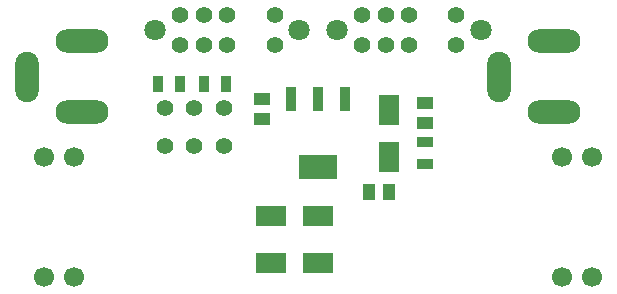
<source format=gbr>
%TF.GenerationSoftware,KiCad,Pcbnew,8.0.5-8.0.5-0~ubuntu24.04.1*%
%TF.CreationDate,2024-10-14T08:19:55-04:00*%
%TF.ProjectId,breadboard-power-supply,62726561-6462-46f6-9172-642d706f7765,rev?*%
%TF.SameCoordinates,Original*%
%TF.FileFunction,Soldermask,Top*%
%TF.FilePolarity,Negative*%
%FSLAX46Y46*%
G04 Gerber Fmt 4.6, Leading zero omitted, Abs format (unit mm)*
G04 Created by KiCad (PCBNEW 8.0.5-8.0.5-0~ubuntu24.04.1) date 2024-10-14 08:19:55*
%MOMM*%
%LPD*%
G01*
G04 APERTURE LIST*
%ADD10R,1.700000X2.500000*%
%ADD11C,1.400000*%
%ADD12R,1.465000X1.115000*%
%ADD13R,2.500000X1.700000*%
%ADD14C,1.800000*%
%ADD15R,0.870000X1.420000*%
%ADD16R,1.420000X0.870000*%
%ADD17O,4.500000X2.000000*%
%ADD18O,2.000000X4.250000*%
%ADD19R,0.950000X2.150000*%
%ADD20R,3.250000X2.150000*%
%ADD21R,1.115000X1.465000*%
%ADD22C,1.700000*%
G04 APERTURE END LIST*
D10*
%TO.C,D2*%
X132500000Y-103800000D03*
X132500000Y-107800000D03*
%TD*%
D11*
%TO.C,SW1*%
X113500000Y-103700000D03*
X116000000Y-103700000D03*
X118500000Y-103700000D03*
X113500000Y-106900000D03*
X116000000Y-106900000D03*
X118500000Y-106900000D03*
%TD*%
D12*
%TO.C,C1*%
X121700000Y-102900000D03*
X121700000Y-104600000D03*
%TD*%
D13*
%TO.C,D1*%
X126500000Y-112800000D03*
X122500000Y-112800000D03*
%TD*%
D14*
%TO.C,SW3*%
X140300000Y-97050000D03*
X128100000Y-97050000D03*
D11*
X138200000Y-95800000D03*
X134200000Y-95800000D03*
X132200000Y-95800000D03*
X130200000Y-95800000D03*
X138200000Y-98300000D03*
X134200000Y-98300000D03*
X132200000Y-98300000D03*
X130200000Y-98300000D03*
%TD*%
D15*
%TO.C,R2*%
X114800000Y-101600000D03*
X112940000Y-101600000D03*
%TD*%
D12*
%TO.C,C3*%
X135500000Y-104900000D03*
X135500000Y-103200000D03*
%TD*%
D16*
%TO.C,R1*%
X135500000Y-108380000D03*
X135500000Y-106520000D03*
%TD*%
D17*
%TO.C,J1*%
X106500000Y-104000000D03*
X106500000Y-98000000D03*
D18*
X101800000Y-101000000D03*
%TD*%
D14*
%TO.C,SW2*%
X124900000Y-97050000D03*
X112700000Y-97050000D03*
D11*
X122800000Y-95800000D03*
X118800000Y-95800000D03*
X116800000Y-95800000D03*
X114800000Y-95800000D03*
X122800000Y-98300000D03*
X118800000Y-98300000D03*
X116800000Y-98300000D03*
X114800000Y-98300000D03*
%TD*%
D19*
%TO.C,U1*%
X128800000Y-102900000D03*
X126500000Y-102900000D03*
X124200000Y-102900000D03*
D20*
X126500000Y-108700000D03*
%TD*%
D15*
%TO.C,R3*%
X116800000Y-101600000D03*
X118660000Y-101600000D03*
%TD*%
D17*
%TO.C,J2*%
X146500000Y-104000000D03*
X146500000Y-98000000D03*
D18*
X141800000Y-101000000D03*
%TD*%
D21*
%TO.C,C2*%
X132500000Y-110800000D03*
X130800000Y-110800000D03*
%TD*%
D13*
%TO.C,D3*%
X126500000Y-116800000D03*
X122500000Y-116800000D03*
%TD*%
D22*
%TO.C,J6*%
X147160000Y-117970000D03*
X149700000Y-117970000D03*
%TD*%
%TO.C,J3*%
X105840000Y-107810000D03*
X103300000Y-107810000D03*
%TD*%
%TO.C,J4*%
X103300000Y-117970000D03*
X105840000Y-117970000D03*
%TD*%
%TO.C,J5*%
X149700000Y-107810000D03*
X147160000Y-107810000D03*
%TD*%
M02*

</source>
